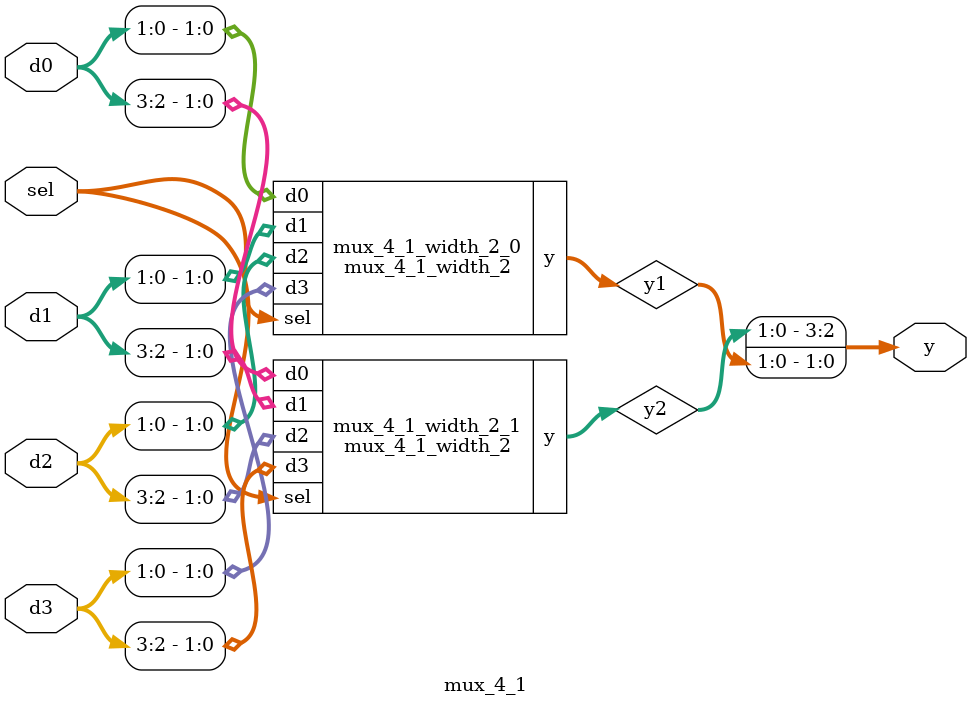
<source format=sv>

module mux_4_1_width_2
(
  input  [1:0] d0, d1, d2, d3,
  input  [1:0] sel,
  output [1:0] y
);

  assign y = sel [1] ? (sel [0] ? d3 : d2)
                     : (sel [0] ? d1 : d0);

endmodule

//----------------------------------------------------------------------------
// Task
//----------------------------------------------------------------------------

module mux_4_1
(
  input  [3:0] d0, d1, d2, d3,
  input  [1:0] sel,
  output [3:0] y
);

  // Task:
  // Implement mux_4_1 with 4-bit data
  // using two instances of mux_4_1_width_2 with 2-bit data
  logic [1:0] y1,y2;
  mux_4_1_width_2 mux_4_1_width_2_0(d0[1:0],d1[1:0],d2[1:0],d3[1:0],sel,y1);
  mux_4_1_width_2 mux_4_1_width_2_1(d0[3:2],d1[3:2],d2[3:2],d3[3:2],sel,y2);
  assign y = {y2,y1};


endmodule

</source>
